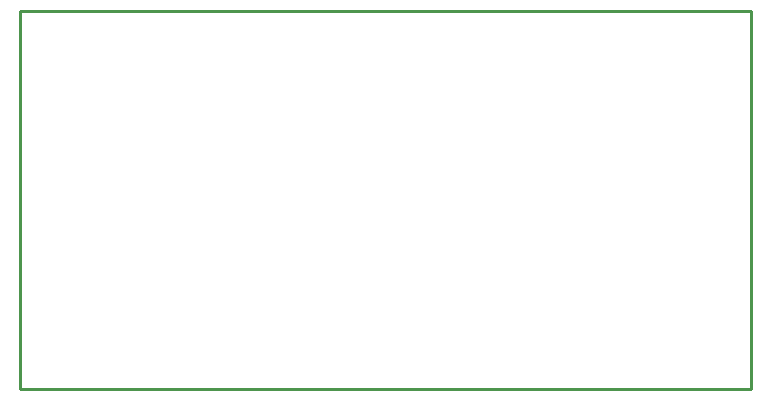
<source format=gbr>
G04 EAGLE Gerber RS-274X export*
G75*
%MOMM*%
%FSLAX34Y34*%
%LPD*%
%IN*%
%IPPOS*%
%AMOC8*
5,1,8,0,0,1.08239X$1,22.5*%
G01*
%ADD10C,0.254000*%


D10*
X0Y0D02*
X619000Y0D01*
X619000Y320000D01*
X0Y320000D01*
X0Y0D01*
M02*

</source>
